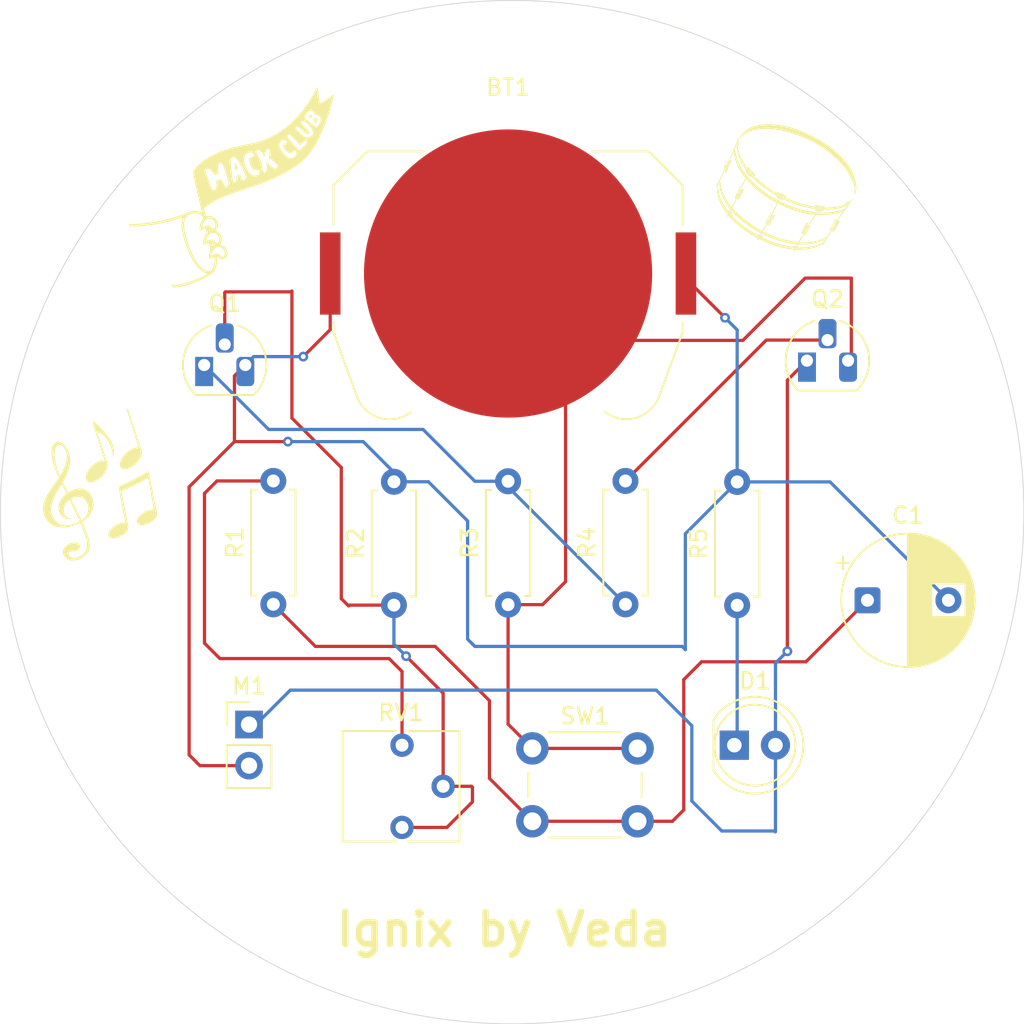
<source format=kicad_pcb>
(kicad_pcb (version 20241229) (generator "pcbnew") (generator_version "9.0")
  (layers (0 "F.Cu" signal) (2 "B.Cu" signal) (13 "F.Paste" user) (15 "B.Paste" user) (5 "F.SilkS" user "F.Silkscreen") (7 "B.SilkS" user "B.Silkscreen") (1 "F.Mask" user) (3 "B.Mask" user) (25 "Edge.Cuts" user))
  (net 0 "")
  (net 1 "Net-(BT1-+)")
  (net 2 "Net-(BT1--)")
  (net 3 "Net-(C1-Pad1)")
  (net 4 "Net-(D1-K)")
  (net 5 "Net-(D1-A)")
  (net 6 "Net-(Q1-C)")
  (net 7 "Net-(Q1-B)")
  (net 8 "Net-(Q2-B)")
  (net 9 "Net-(R1-Pad2)")
  (footprint "Battery:BatteryHolder_Keystone_3034_1x20mm" (layer "F.Cu") (at 124.7 73.81875)
    (property "Reference" "BT1" (at 0 -11.5 0) (layer "F.SilkS"))
    (property "Value" "Battery_Cell")
    (pad "1" smd rect (at -10.985 0) (size 1.27 5.08) (layers "F.Cu" "F.Mask" "F.Paste") (net 1 "Net-(BT1-+)"))
    (pad "1" smd rect (at 10.985 0) (size 1.27 5.08) (layers "F.Cu" "F.Mask" "F.Paste") (net 1 "Net-(BT1-+)"))
    (pad "2" smd circle (at 0 0) (size 17.8 17.8) (layers "F.Cu" "F.Mask") (net 2 "Net-(BT1--)"))
  )
  (footprint "Resistor_THT:R_Axial_DIN0207_L6.3mm_D2.5mm_P7.62mm_Horizontal" (layer "F.Cu") (at 124.7 94.27 90)
    (property "Reference" "R3" (at 3.81 -2.37 90) (layer "F.SilkS"))
    (property "Value" "4.7kΩ")
    (pad "1" thru_hole circle (at 0 0 90) (size 1.6 1.6) (drill 0.8) (layers "*.Cu" "*.Mask") (net 2 "Net-(BT1--)"))
    (pad "2" thru_hole circle (at 7.62 0 90) (size 1.6 1.6) (drill 0.8) (layers "*.Cu" "*.Mask") (net 6 "Net-(Q1-C)"))
  )
  (footprint "Resistor_THT:R_Axial_DIN0207_L6.3mm_D2.5mm_P7.62mm_Horizontal" (layer "F.Cu") (at 138.85 94.31 90)
    (property "Reference" "R5" (at 3.81 -2.37 90) (layer "F.SilkS"))
    (property "Value" "220Ω")
    (pad "1" thru_hole circle (at 0 0 90) (size 1.6 1.6) (drill 0.8) (layers "*.Cu" "*.Mask") (net 4 "Net-(D1-K)"))
    (pad "2" thru_hole circle (at 7.62 0 90) (size 1.6 1.6) (drill 0.8) (layers "*.Cu" "*.Mask") (net 1 "Net-(BT1-+)"))
  )
  (footprint "Package_TO_SOT_THT:TO-92L_HandSolder" (layer "F.Cu") (at 143.16 79.2)
    (property "Reference" "Q2" (at 1.27 -3.8 0) (layer "F.SilkS"))
    (property "Value" "PNP")
    (pad "1" thru_hole rect (at 0 0) (size 1.1 1.8) (drill 0.75 (offset 0 0.4)) (layers "*.Cu" "*.Mask") (net 5 "Net-(D1-A)"))
    (pad "2" thru_hole roundrect (at 1.27 -1.27) (size 1.1 1.8) (drill 0.75 (offset 0 -0.4)) (layers "*.Cu" "*.Mask") (net 8 "Net-(Q2-B)"))
    (pad "3" thru_hole roundrect (at 2.54 0) (size 1.1 1.8) (drill 0.75 (offset 0 0.4)) (layers "*.Cu" "*.Mask") (net 2 "Net-(BT1--)"))
  )
  (footprint "Connector_PinHeader_2.54mm:PinHeader_1x02_P2.54mm_Vertical" (layer "F.Cu") (at 108.7 101.675)
    (property "Reference" "M1" (at 0 -2.38 0) (layer "F.SilkS"))
    (property "Value" "Motor_DC")
    (pad "1" thru_hole rect (at 0 0) (size 1.7 1.7) (drill 1) (layers "*.Cu" "*.Mask") (net 5 "Net-(D1-A)"))
    (pad "2" thru_hole circle (at 0 2.54) (size 1.7 1.7) (drill 1) (layers "*.Cu" "*.Mask") (net 1 "Net-(BT1-+)"))
  )
  (footprint "Package_TO_SOT_THT:TO-92L_HandSolder" (layer "F.Cu") (at 105.93 79.47)
    (property "Reference" "Q1" (at 1.27 -3.8 0) (layer "F.SilkS"))
    (property "Value" "NPN")
    (pad "1" thru_hole rect (at 0 0) (size 1.1 1.8) (drill 0.75 (offset 0 0.4)) (layers "*.Cu" "*.Mask") (net 6 "Net-(Q1-C)"))
    (pad "2" thru_hole roundrect (at 1.27 -1.27) (size 1.1 1.8) (drill 0.75 (offset 0 -0.4)) (layers "*.Cu" "*.Mask") (net 7 "Net-(Q1-B)"))
    (pad "3" thru_hole roundrect (at 2.54 0) (size 1.1 1.8) (drill 0.75 (offset 0 0.4)) (layers "*.Cu" "*.Mask") (net 1 "Net-(BT1-+)"))
  )
  (footprint "LOGO" (layer "F.Cu") (at 141.9 68.5 63)
    (property "Reference" "G***" (hide yes))
    (property "Value" "LOGO" (hide yes))
  )
  (footprint "Button_Switch_THT:SW_PUSH_6mm" (layer "F.Cu") (at 126.2 103.15)
    (property "Reference" "SW1" (at 3.25 -2 0) (layer "F.SilkS"))
    (property "Value" "SW_Push")
    (pad "1" thru_hole circle (at 0 0 90) (size 2 2) (drill 1.1) (layers "*.Cu" "*.Mask") (net 2 "Net-(BT1--)"))
    (pad "1" thru_hole circle (at 6.5 0 90) (size 2 2) (drill 1.1) (layers "*.Cu" "*.Mask") (net 2 "Net-(BT1--)"))
    (pad "2" thru_hole circle (at 0 4.5 90) (size 2 2) (drill 1.1) (layers "*.Cu" "*.Mask") (net 3 "Net-(C1-Pad1)"))
    (pad "2" thru_hole circle (at 6.5 4.5 90) (size 2 2) (drill 1.1) (layers "*.Cu" "*.Mask") (net 3 "Net-(C1-Pad1)"))
  )
  (footprint "Resistor_THT:R_Axial_DIN0207_L6.3mm_D2.5mm_P7.62mm_Horizontal" (layer "F.Cu") (at 110.2 94.25 90)
    (property "Reference" "R1" (at 3.81 -2.37 90) (layer "F.SilkS"))
    (property "Value" "4.7kΩ")
    (pad "1" thru_hole circle (at 0 0 90) (size 1.6 1.6) (drill 0.8) (layers "*.Cu" "*.Mask") (net 3 "Net-(C1-Pad1)"))
    (pad "2" thru_hole circle (at 7.62 0 90) (size 1.6 1.6) (drill 0.8) (layers "*.Cu" "*.Mask") (net 9 "Net-(R1-Pad2)"))
  )
  (footprint "Resistor_THT:R_Axial_DIN0207_L6.3mm_D2.5mm_P7.62mm_Horizontal" (layer "F.Cu") (at 117.65 94.3 90)
    (property "Reference" "R2" (at 3.81 -2.37 90) (layer "F.SilkS"))
    (property "Value" "47kΩ")
    (pad "1" thru_hole circle (at 0 0 90) (size 1.6 1.6) (drill 0.8) (layers "*.Cu" "*.Mask") (net 7 "Net-(Q1-B)"))
    (pad "2" thru_hole circle (at 7.62 0 90) (size 1.6 1.6) (drill 0.8) (layers "*.Cu" "*.Mask") (net 1 "Net-(BT1-+)"))
  )
  (footprint "LOGO" (layer "F.Cu") (at 99.186885 87.025786 20)
    (property "Reference" "G***" (hide yes))
    (property "Value" "LOGO" (hide yes))
  )
  (footprint "Resistor_THT:R_Axial_DIN0207_L6.3mm_D2.5mm_P7.62mm_Horizontal" (layer "F.Cu") (at 131.95 94.25 90)
    (property "Reference" "R4" (at 3.81 -2.37 90) (layer "F.SilkS"))
    (property "Value" "4.7kΩ")
    (pad "1" thru_hole circle (at 0 0 90) (size 1.6 1.6) (drill 0.8) (layers "*.Cu" "*.Mask") (net 6 "Net-(Q1-C)"))
    (pad "2" thru_hole circle (at 7.62 0 90) (size 1.6 1.6) (drill 0.8) (layers "*.Cu" "*.Mask") (net 8 "Net-(Q2-B)"))
  )
  (footprint "LED_THT:LED_D5.0mm" (layer "F.Cu") (at 138.675 102.95)
    (property "Reference" "D1" (at 1.27 -3.96 0) (layer "F.SilkS"))
    (property "Value" "LED")
    (pad "1" thru_hole rect (at 0 0) (size 1.8 1.8) (drill 0.9) (layers "*.Cu" "*.Mask") (net 4 "Net-(D1-K)"))
    (pad "2" thru_hole circle (at 2.54 0) (size 1.8 1.8) (drill 0.9) (layers "*.Cu" "*.Mask") (net 5 "Net-(D1-A)"))
  )
  (footprint "LOGO" (layer "F.Cu") (at 108.790166 68.454416 35)
    (property "Reference" "G***" (hide yes))
    (property "Value" "LOGO" (hide yes))
  )
  (footprint "Potentiometer_THT:Potentiometer_Vishay_T73YP_Vertical" (layer "F.Cu") (at 118.15 108.03)
    (property "Reference" "RV1" (at -0.06 -7.09 0) (layer "F.SilkS"))
    (property "Value" "47kΩ")
    (pad "1" thru_hole circle (at 0 0) (size 1.44 1.44) (drill 0.8) (layers "*.Cu" "*.Mask") (net 7 "Net-(Q1-B)"))
    (pad "2" thru_hole circle (at 2.54 -2.54) (size 1.44 1.44) (drill 0.8) (layers "*.Cu" "*.Mask") (net 7 "Net-(Q1-B)"))
    (pad "3" thru_hole circle (at 0 -5.08) (size 1.44 1.44) (drill 0.8) (layers "*.Cu" "*.Mask") (net 9 "Net-(R1-Pad2)"))
  )
  (footprint "Capacitor_THT:CP_Radial_D8.0mm_P5.00mm" (layer "F.Cu") (at 146.897349 94)
    (property "Reference" "C1" (at 2.5 -5.25 0) (layer "F.SilkS"))
    (property "Value" "10µF")
    (pad "1" thru_hole roundrect (at 0 0) (size 1.6 1.6) (drill 0.8) (layers "*.Cu" "*.Mask") (roundrect_rratio 0.15625) (net 3 "Net-(C1-Pad1)"))
    (pad "2" thru_hole circle (at 5 0) (size 1.6 1.6) (drill 0.8) (layers "*.Cu" "*.Mask") (net 1 "Net-(BT1-+)"))
  )
  (gr_circle (center 124.95 88.555696) (end 156.55 89.155696) (stroke (width 0.05)) (fill no) (layer "Edge.Cuts"))
  (gr_text "Ignix by Veda" (at 113.9 115.5 0) (layer "F.SilkS") (effects (font (size 2 2) (thickness 0.4) (bold yes)) (justify left bottom)))
  (segment (start 108.7 104.215) (end 105.665 104.215) (width 0.2) (layer "F.Cu") (net 1))
  (segment (start 105 87) (end 107.55 84.45) (width 0.2) (layer "F.Cu") (net 1))
  (segment (start 105 103.55) (end 105 87) (width 0.2) (layer "F.Cu") (net 1))
  (segment (start 107.8 80.14) (end 107.8 84.2) (width 0.2) (layer "F.Cu") (net 1))
  (segment (start 107.55 84.45) (end 107.8 84.2) (width 0.2) (layer "F.Cu") (net 1))
  (segment (start 108.47 79.47) (end 107.8 80.14) (width 0.2) (layer "F.Cu") (net 1))
  (segment (start 107.8 84.2) (end 111.1 84.2) (width 0.2) (layer "F.Cu") (net 1))
  (segment (start 135.685 74.135) (end 135.685 73.81875) (width 0.2) (layer "F.Cu") (net 1))
  (segment (start 138.1 76.55) (end 135.685 74.135) (width 0.2) (layer "F.Cu") (net 1))
  (segment (start 113.715 73.81875) (end 113.715 77.285) (width 0.2) (layer "F.Cu") (net 1))
  (segment (start 105.665 104.215) (end 105 103.55) (width 0.2) (layer "F.Cu") (net 1))
  (segment (start 113.715 77.285) (end 112.05 78.95) (width 0.2) (layer "F.Cu") (net 1))
  (via (at 138.1 76.55) (size 0.6) (drill 0.3) (layers "F.Cu" "B.Cu") (net 1))
  (via (at 111.1 84.2) (size 0.6) (drill 0.3) (layers "F.Cu" "B.Cu") (net 1))
  (via (at 112.05 78.95) (size 0.6) (drill 0.3) (layers "F.Cu" "B.Cu") (net 1))
  (segment (start 117.65 86.68) (end 119.78 86.68) (width 0.2) (layer "B.Cu") (net 1))
  (segment (start 144.587349 86.69) (end 138.85 86.69) (width 0.2) (layer "B.Cu") (net 1))
  (segment (start 138.85 77.3) (end 138.1 76.55) (width 0.2) (layer "B.Cu") (net 1))
  (segment (start 138.85 86.69) (end 138.85 77.3) (width 0.2) (layer "B.Cu") (net 1))
  (segment (start 119.78 86.68) (end 122.2 89.1) (width 0.2) (layer "B.Cu") (net 1))
  (segment (start 122.65 96.85) (end 135.45 96.85) (width 0.2) (layer "B.Cu") (net 1))
  (segment (start 135.65 89.89) (end 138.85 86.69) (width 0.2) (layer "B.Cu") (net 1))
  (segment (start 151.897349 94) (end 144.587349 86.69) (width 0.2) (layer "B.Cu") (net 1))
  (segment (start 135.45 96.85) (end 135.65 97.05) (width 0.2) (layer "B.Cu") (net 1))
  (segment (start 112.05 78.95) (end 108.99 78.95) (width 0.2) (layer "B.Cu") (net 1))
  (segment (start 117.65 86.1) (end 117.65 86.68) (width 0.2) (layer "B.Cu") (net 1))
  (segment (start 122.2 89.1) (end 122.2 96.4) (width 0.2) (layer "B.Cu") (net 1))
  (segment (start 111.1 84.2) (end 115.75 84.2) (width 0.2) (layer "B.Cu") (net 1))
  (segment (start 115.75 84.2) (end 117.65 86.1) (width 0.2) (layer "B.Cu") (net 1))
  (segment (start 122.2 96.4) (end 122.65 96.85) (width 0.2) (layer "B.Cu") (net 1))
  (segment (start 108.99 78.95) (end 108.47 79.47) (width 0.2) (layer "B.Cu") (net 1))
  (segment (start 135.65 97.05) (end 135.65 89.89) (width 0.2) (layer "B.Cu") (net 1))
  (segment (start 126.83 94.27) (end 128.25 92.85) (width 0.2) (layer "F.Cu") (net 2))
  (segment (start 143.05 74.1) (end 145.9 74.1) (width 0.2) (layer "F.Cu") (net 2))
  (segment (start 128.25 92.85) (end 128.25 77.36875) (width 0.2) (layer "F.Cu") (net 2))
  (segment (start 145.9 74.1) (end 145.9 79) (width 0.2) (layer "F.Cu") (net 2))
  (segment (start 124.7 101.65) (end 124.7 94.27) (width 0.2) (layer "F.Cu") (net 2))
  (segment (start 145.9 79) (end 145.7 79.2) (width 0.2) (layer "F.Cu") (net 2))
  (segment (start 126.2 103.15) (end 124.7 101.65) (width 0.2) (layer "F.Cu") (net 2))
  (segment (start 126.2 103.15) (end 132.7 103.15) (width 0.2) (layer "F.Cu") (net 2))
  (segment (start 124.7 73.81875) (end 128.83125 77.95) (width 0.2) (layer "F.Cu") (net 2))
  (segment (start 128.25 77.36875) (end 124.7 73.81875) (width 0.2) (layer "F.Cu") (net 2))
  (segment (start 124.7 94.27) (end 126.83 94.27) (width 0.2) (layer "F.Cu") (net 2))
  (segment (start 128.83125 77.95) (end 139.2 77.95) (width 0.2) (layer "F.Cu") (net 2))
  (segment (start 139.2 77.95) (end 143.05 74.1) (width 0.2) (layer "F.Cu") (net 2))
  (segment (start 143.097349 97.8) (end 146.897349 94) (width 0.2) (layer "F.Cu") (net 3))
  (segment (start 136.65 97.8) (end 143.097349 97.8) (width 0.2) (layer "F.Cu") (net 3))
  (segment (start 135.55 98.9) (end 136.65 97.8) (width 0.2) (layer "F.Cu") (net 3))
  (segment (start 123.55 105) (end 126.2 107.65) (width 0.2) (layer "F.Cu") (net 3))
  (segment (start 120.2 96.85) (end 123.55 100.2) (width 0.2) (layer "F.Cu") (net 3))
  (segment (start 132.7 107.65) (end 134.85 107.65) (width 0.2) (layer "F.Cu") (net 3))
  (segment (start 123.55 100.2) (end 123.55 105) (width 0.2) (layer "F.Cu") (net 3))
  (segment (start 112.8 96.85) (end 120.2 96.85) (width 0.2) (layer "F.Cu") (net 3))
  (segment (start 135.55 106.95) (end 135.55 98.9) (width 0.2) (layer "F.Cu") (net 3))
  (segment (start 126.2 107.65) (end 132.7 107.65) (width 0.2) (layer "F.Cu") (net 3))
  (segment (start 134.85 107.65) (end 135.55 106.95) (width 0.2) (layer "F.Cu") (net 3))
  (segment (start 110.2 94.25) (end 112.8 96.85) (width 0.2) (layer "F.Cu") (net 3))
  (segment (start 138.85 102.775) (end 138.675 102.95) (width 0.2) (layer "B.Cu") (net 4))
  (segment (start 138.85 94.31) (end 138.85 102.775) (width 0.2) (layer "B.Cu") (net 4))
  (segment (start 141.95 80.41) (end 141.95 97.15) (width 0.2) (layer "F.Cu") (net 5))
  (segment (start 143.16 79.2) (end 141.95 80.41) (width 0.2) (layer "F.Cu") (net 5))
  (via (at 141.95 97.15) (size 0.6) (drill 0.3) (layers "F.Cu" "B.Cu") (net 5))
  (segment (start 141.15 108.25) (end 141.2 108.3) (width 0.2) (layer "B.Cu") (net 5))
  (segment (start 141.2 108.3) (end 141.215 108.285) (width 0.2) (layer "B.Cu") (net 5))
  (segment (start 141.215 108.285) (end 141.215 102.95) (width 0.2) (layer "B.Cu") (net 5))
  (segment (start 141.215 97.885) (end 141.215 102.95) (width 0.2) (layer "B.Cu") (net 5))
  (segment (start 136.05 101.75) (end 136.05 106.4) (width 0.2) (layer "B.Cu") (net 5))
  (segment (start 133.85 99.55) (end 136.05 101.75) (width 0.2) (layer "B.Cu") (net 5))
  (segment (start 136.05 106.4) (end 137.9 108.25) (width 0.2) (layer "B.Cu") (net 5))
  (segment (start 137.9 108.25) (end 141.15 108.25) (width 0.2) (layer "B.Cu") (net 5))
  (segment (start 141.95 97.15) (end 141.215 97.885) (width 0.2) (layer "B.Cu") (net 5))
  (segment (start 108.7 101.675) (end 109.125 101.675) (width 0.2) (layer "B.Cu") (net 5))
  (segment (start 111.25 99.55) (end 133.85 99.55) (width 0.2) (layer "B.Cu") (net 5))
  (segment (start 109.125 101.675) (end 111.25 99.55) (width 0.2) (layer "B.Cu") (net 5))
  (segment (start 124.7 87) (end 124.7 86.65) (width 0.2) (layer "B.Cu") (net 6))
  (segment (start 105.93 79.47) (end 109.91 83.45) (width 0.2) (layer "B.Cu") (net 6))
  (segment (start 119.45 83.45) (end 122.65 86.65) (width 0.2) (layer "B.Cu") (net 6))
  (segment (start 109.91 83.45) (end 119.45 83.45) (width 0.2) (layer "B.Cu") (net 6))
  (segment (start 131.95 94.25) (end 124.7 87) (width 0.2) (layer "B.Cu") (net 6))
  (segment (start 122.65 86.65) (end 124.7 86.65) (width 0.2) (layer "B.Cu") (net 6))
  (segment (start 120.92 108.03) (end 122.5 106.45) (width 0.2) (layer "F.Cu") (net 7))
  (segment (start 114.4 85.8) (end 114.4 93.9) (width 0.2) (layer "F.Cu") (net 7))
  (segment (start 111.35 74.9) (end 111.35 82.75) (width 0.2) (layer "F.Cu") (net 7))
  (segment (start 107.2 78.2) (end 107.2 75) (width 0.2) (layer "F.Cu") (net 7))
  (segment (start 107.2 75) (end 107.25 74.95) (width 0.2) (layer "F.Cu") (net 7))
  (segment (start 114.9 94.3) (end 117.65 94.3) (width 0.2) (layer "F.Cu") (net 7))
  (segment (start 107.25 74.95) (end 111.3 74.95) (width 0.2) (layer "F.Cu") (net 7))
  (segment (start 111.3 74.95) (end 111.35 74.9) (width 0.2) (layer "F.Cu") (net 7))
  (segment (start 122.5 105.55) (end 122.44 105.49) (width 0.2) (layer "F.Cu") (net 7))
  (segment (start 120.69 105.49) (end 120.69 99.74) (width 0.2) (layer "F.Cu") (net 7))
  (segment (start 118.15 108.03) (end 120.92 108.03) (width 0.2) (layer "F.Cu") (net 7))
  (segment (start 111.35 82.75) (end 114.4 85.8) (width 0.2) (layer "F.Cu") (net 7))
  (segment (start 114.4 93.9) (end 114.85 94.35) (width 0.2) (layer "F.Cu") (net 7))
  (segment (start 122.44 105.49) (end 120.69 105.49) (width 0.2) (layer "F.Cu") (net 7))
  (segment (start 114.85 94.35) (end 114.9 94.3) (width 0.2) (layer "F.Cu") (net 7))
  (segment (start 120.69 99.74) (end 118.4 97.45) (width 0.2) (layer "F.Cu") (net 7))
  (segment (start 122.5 106.45) (end 122.5 105.55) (width 0.2) (layer "F.Cu") (net 7))
  (via (at 118.4 97.45) (size 0.6) (drill 0.3) (layers "F.Cu" "B.Cu") (net 7))
  (segment (start 118.4 97.45) (end 117.65 96.7) (width 0.2) (layer "B.Cu") (net 7))
  (segment (start 117.65 96.7) (end 117.65 94.3) (width 0.2) (layer "B.Cu") (net 7))
  (segment (start 131.95 86.63) (end 140.65 77.93) (width 0.2) (layer "F.Cu") (net 8))
  (segment (start 140.65 77.93) (end 144.43 77.93) (width 0.2) (layer "F.Cu") (net 8))
  (segment (start 106.72 86.63) (end 105.95 87.4) (width 0.2) (layer "F.Cu") (net 9))
  (segment (start 106.9 97.6) (end 117.35 97.6) (width 0.2) (layer "F.Cu") (net 9))
  (segment (start 110.2 86.63) (end 106.72 86.63) (width 0.2) (layer "F.Cu") (net 9))
  (segment (start 105.95 96.65) (end 106.9 97.6) (width 0.2) (layer "F.Cu") (net 9))
  (segment (start 117.35 97.6) (end 118.15 98.4) (width 0.2) (layer "F.Cu") (net 9))
  (segment (start 105.95 87.4) (end 105.95 96.65) (width 0.2) (layer "F.Cu") (net 9))
  (segment (start 118.15 98.4) (end 118.15 102.95) (width 0.2) (layer "F.Cu") (net 9))
)
</source>
